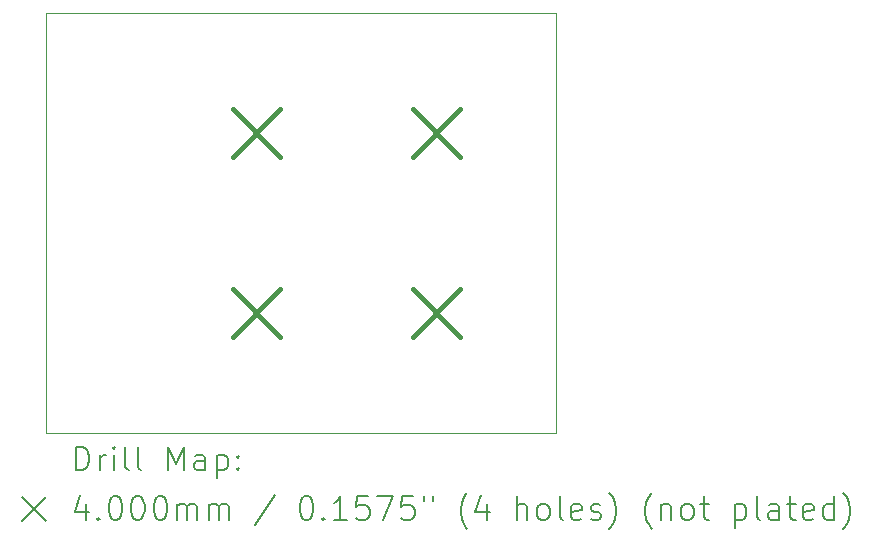
<source format=gbr>
%FSLAX45Y45*%
G04 Gerber Fmt 4.5, Leading zero omitted, Abs format (unit mm)*
G04 Created by KiCad (PCBNEW (6.0.1)) date 2022-01-28 19:13:05*
%MOMM*%
%LPD*%
G01*
G04 APERTURE LIST*
%TA.AperFunction,Profile*%
%ADD10C,0.100000*%
%TD*%
%ADD11C,0.200000*%
%ADD12C,0.400000*%
G04 APERTURE END LIST*
D10*
X8128000Y-4826000D02*
X12446000Y-4826000D01*
X12446000Y-4826000D02*
X12446000Y-8382000D01*
X12446000Y-8382000D02*
X8128000Y-8382000D01*
X8128000Y-8382000D02*
X8128000Y-4826000D01*
D11*
D12*
X9706000Y-5642000D02*
X10106000Y-6042000D01*
X10106000Y-5642000D02*
X9706000Y-6042000D01*
X9706000Y-7166000D02*
X10106000Y-7566000D01*
X10106000Y-7166000D02*
X9706000Y-7566000D01*
X11230000Y-5642000D02*
X11630000Y-6042000D01*
X11630000Y-5642000D02*
X11230000Y-6042000D01*
X11230000Y-7166000D02*
X11630000Y-7566000D01*
X11630000Y-7166000D02*
X11230000Y-7566000D01*
D11*
X8380619Y-8697476D02*
X8380619Y-8497476D01*
X8428238Y-8497476D01*
X8456810Y-8507000D01*
X8475857Y-8526048D01*
X8485381Y-8545095D01*
X8494905Y-8583190D01*
X8494905Y-8611762D01*
X8485381Y-8649857D01*
X8475857Y-8668905D01*
X8456810Y-8687952D01*
X8428238Y-8697476D01*
X8380619Y-8697476D01*
X8580619Y-8697476D02*
X8580619Y-8564143D01*
X8580619Y-8602238D02*
X8590143Y-8583190D01*
X8599667Y-8573667D01*
X8618714Y-8564143D01*
X8637762Y-8564143D01*
X8704429Y-8697476D02*
X8704429Y-8564143D01*
X8704429Y-8497476D02*
X8694905Y-8507000D01*
X8704429Y-8516524D01*
X8713952Y-8507000D01*
X8704429Y-8497476D01*
X8704429Y-8516524D01*
X8828238Y-8697476D02*
X8809190Y-8687952D01*
X8799667Y-8668905D01*
X8799667Y-8497476D01*
X8933000Y-8697476D02*
X8913952Y-8687952D01*
X8904429Y-8668905D01*
X8904429Y-8497476D01*
X9161571Y-8697476D02*
X9161571Y-8497476D01*
X9228238Y-8640333D01*
X9294905Y-8497476D01*
X9294905Y-8697476D01*
X9475857Y-8697476D02*
X9475857Y-8592714D01*
X9466333Y-8573667D01*
X9447286Y-8564143D01*
X9409190Y-8564143D01*
X9390143Y-8573667D01*
X9475857Y-8687952D02*
X9456810Y-8697476D01*
X9409190Y-8697476D01*
X9390143Y-8687952D01*
X9380619Y-8668905D01*
X9380619Y-8649857D01*
X9390143Y-8630810D01*
X9409190Y-8621286D01*
X9456810Y-8621286D01*
X9475857Y-8611762D01*
X9571095Y-8564143D02*
X9571095Y-8764143D01*
X9571095Y-8573667D02*
X9590143Y-8564143D01*
X9628238Y-8564143D01*
X9647286Y-8573667D01*
X9656810Y-8583190D01*
X9666333Y-8602238D01*
X9666333Y-8659381D01*
X9656810Y-8678429D01*
X9647286Y-8687952D01*
X9628238Y-8697476D01*
X9590143Y-8697476D01*
X9571095Y-8687952D01*
X9752048Y-8678429D02*
X9761571Y-8687952D01*
X9752048Y-8697476D01*
X9742524Y-8687952D01*
X9752048Y-8678429D01*
X9752048Y-8697476D01*
X9752048Y-8573667D02*
X9761571Y-8583190D01*
X9752048Y-8592714D01*
X9742524Y-8583190D01*
X9752048Y-8573667D01*
X9752048Y-8592714D01*
X7923000Y-8927000D02*
X8123000Y-9127000D01*
X8123000Y-8927000D02*
X7923000Y-9127000D01*
X8466333Y-8984143D02*
X8466333Y-9117476D01*
X8418714Y-8907952D02*
X8371095Y-9050810D01*
X8494905Y-9050810D01*
X8571095Y-9098429D02*
X8580619Y-9107952D01*
X8571095Y-9117476D01*
X8561571Y-9107952D01*
X8571095Y-9098429D01*
X8571095Y-9117476D01*
X8704429Y-8917476D02*
X8723476Y-8917476D01*
X8742524Y-8927000D01*
X8752048Y-8936524D01*
X8761571Y-8955571D01*
X8771095Y-8993667D01*
X8771095Y-9041286D01*
X8761571Y-9079381D01*
X8752048Y-9098429D01*
X8742524Y-9107952D01*
X8723476Y-9117476D01*
X8704429Y-9117476D01*
X8685381Y-9107952D01*
X8675857Y-9098429D01*
X8666333Y-9079381D01*
X8656810Y-9041286D01*
X8656810Y-8993667D01*
X8666333Y-8955571D01*
X8675857Y-8936524D01*
X8685381Y-8927000D01*
X8704429Y-8917476D01*
X8894905Y-8917476D02*
X8913952Y-8917476D01*
X8933000Y-8927000D01*
X8942524Y-8936524D01*
X8952048Y-8955571D01*
X8961571Y-8993667D01*
X8961571Y-9041286D01*
X8952048Y-9079381D01*
X8942524Y-9098429D01*
X8933000Y-9107952D01*
X8913952Y-9117476D01*
X8894905Y-9117476D01*
X8875857Y-9107952D01*
X8866333Y-9098429D01*
X8856810Y-9079381D01*
X8847286Y-9041286D01*
X8847286Y-8993667D01*
X8856810Y-8955571D01*
X8866333Y-8936524D01*
X8875857Y-8927000D01*
X8894905Y-8917476D01*
X9085381Y-8917476D02*
X9104429Y-8917476D01*
X9123476Y-8927000D01*
X9133000Y-8936524D01*
X9142524Y-8955571D01*
X9152048Y-8993667D01*
X9152048Y-9041286D01*
X9142524Y-9079381D01*
X9133000Y-9098429D01*
X9123476Y-9107952D01*
X9104429Y-9117476D01*
X9085381Y-9117476D01*
X9066333Y-9107952D01*
X9056810Y-9098429D01*
X9047286Y-9079381D01*
X9037762Y-9041286D01*
X9037762Y-8993667D01*
X9047286Y-8955571D01*
X9056810Y-8936524D01*
X9066333Y-8927000D01*
X9085381Y-8917476D01*
X9237762Y-9117476D02*
X9237762Y-8984143D01*
X9237762Y-9003190D02*
X9247286Y-8993667D01*
X9266333Y-8984143D01*
X9294905Y-8984143D01*
X9313952Y-8993667D01*
X9323476Y-9012714D01*
X9323476Y-9117476D01*
X9323476Y-9012714D02*
X9333000Y-8993667D01*
X9352048Y-8984143D01*
X9380619Y-8984143D01*
X9399667Y-8993667D01*
X9409190Y-9012714D01*
X9409190Y-9117476D01*
X9504429Y-9117476D02*
X9504429Y-8984143D01*
X9504429Y-9003190D02*
X9513952Y-8993667D01*
X9533000Y-8984143D01*
X9561571Y-8984143D01*
X9580619Y-8993667D01*
X9590143Y-9012714D01*
X9590143Y-9117476D01*
X9590143Y-9012714D02*
X9599667Y-8993667D01*
X9618714Y-8984143D01*
X9647286Y-8984143D01*
X9666333Y-8993667D01*
X9675857Y-9012714D01*
X9675857Y-9117476D01*
X10066333Y-8907952D02*
X9894905Y-9165095D01*
X10323476Y-8917476D02*
X10342524Y-8917476D01*
X10361571Y-8927000D01*
X10371095Y-8936524D01*
X10380619Y-8955571D01*
X10390143Y-8993667D01*
X10390143Y-9041286D01*
X10380619Y-9079381D01*
X10371095Y-9098429D01*
X10361571Y-9107952D01*
X10342524Y-9117476D01*
X10323476Y-9117476D01*
X10304429Y-9107952D01*
X10294905Y-9098429D01*
X10285381Y-9079381D01*
X10275857Y-9041286D01*
X10275857Y-8993667D01*
X10285381Y-8955571D01*
X10294905Y-8936524D01*
X10304429Y-8927000D01*
X10323476Y-8917476D01*
X10475857Y-9098429D02*
X10485381Y-9107952D01*
X10475857Y-9117476D01*
X10466333Y-9107952D01*
X10475857Y-9098429D01*
X10475857Y-9117476D01*
X10675857Y-9117476D02*
X10561571Y-9117476D01*
X10618714Y-9117476D02*
X10618714Y-8917476D01*
X10599667Y-8946048D01*
X10580619Y-8965095D01*
X10561571Y-8974619D01*
X10856810Y-8917476D02*
X10761571Y-8917476D01*
X10752048Y-9012714D01*
X10761571Y-9003190D01*
X10780619Y-8993667D01*
X10828238Y-8993667D01*
X10847286Y-9003190D01*
X10856810Y-9012714D01*
X10866333Y-9031762D01*
X10866333Y-9079381D01*
X10856810Y-9098429D01*
X10847286Y-9107952D01*
X10828238Y-9117476D01*
X10780619Y-9117476D01*
X10761571Y-9107952D01*
X10752048Y-9098429D01*
X10933000Y-8917476D02*
X11066333Y-8917476D01*
X10980619Y-9117476D01*
X11237762Y-8917476D02*
X11142524Y-8917476D01*
X11133000Y-9012714D01*
X11142524Y-9003190D01*
X11161571Y-8993667D01*
X11209190Y-8993667D01*
X11228238Y-9003190D01*
X11237762Y-9012714D01*
X11247286Y-9031762D01*
X11247286Y-9079381D01*
X11237762Y-9098429D01*
X11228238Y-9107952D01*
X11209190Y-9117476D01*
X11161571Y-9117476D01*
X11142524Y-9107952D01*
X11133000Y-9098429D01*
X11323476Y-8917476D02*
X11323476Y-8955571D01*
X11399667Y-8917476D02*
X11399667Y-8955571D01*
X11694905Y-9193667D02*
X11685381Y-9184143D01*
X11666333Y-9155571D01*
X11656809Y-9136524D01*
X11647286Y-9107952D01*
X11637762Y-9060333D01*
X11637762Y-9022238D01*
X11647286Y-8974619D01*
X11656809Y-8946048D01*
X11666333Y-8927000D01*
X11685381Y-8898429D01*
X11694905Y-8888905D01*
X11856809Y-8984143D02*
X11856809Y-9117476D01*
X11809190Y-8907952D02*
X11761571Y-9050810D01*
X11885381Y-9050810D01*
X12113952Y-9117476D02*
X12113952Y-8917476D01*
X12199667Y-9117476D02*
X12199667Y-9012714D01*
X12190143Y-8993667D01*
X12171095Y-8984143D01*
X12142524Y-8984143D01*
X12123476Y-8993667D01*
X12113952Y-9003190D01*
X12323476Y-9117476D02*
X12304428Y-9107952D01*
X12294905Y-9098429D01*
X12285381Y-9079381D01*
X12285381Y-9022238D01*
X12294905Y-9003190D01*
X12304428Y-8993667D01*
X12323476Y-8984143D01*
X12352048Y-8984143D01*
X12371095Y-8993667D01*
X12380619Y-9003190D01*
X12390143Y-9022238D01*
X12390143Y-9079381D01*
X12380619Y-9098429D01*
X12371095Y-9107952D01*
X12352048Y-9117476D01*
X12323476Y-9117476D01*
X12504428Y-9117476D02*
X12485381Y-9107952D01*
X12475857Y-9088905D01*
X12475857Y-8917476D01*
X12656809Y-9107952D02*
X12637762Y-9117476D01*
X12599667Y-9117476D01*
X12580619Y-9107952D01*
X12571095Y-9088905D01*
X12571095Y-9012714D01*
X12580619Y-8993667D01*
X12599667Y-8984143D01*
X12637762Y-8984143D01*
X12656809Y-8993667D01*
X12666333Y-9012714D01*
X12666333Y-9031762D01*
X12571095Y-9050810D01*
X12742524Y-9107952D02*
X12761571Y-9117476D01*
X12799667Y-9117476D01*
X12818714Y-9107952D01*
X12828238Y-9088905D01*
X12828238Y-9079381D01*
X12818714Y-9060333D01*
X12799667Y-9050810D01*
X12771095Y-9050810D01*
X12752048Y-9041286D01*
X12742524Y-9022238D01*
X12742524Y-9012714D01*
X12752048Y-8993667D01*
X12771095Y-8984143D01*
X12799667Y-8984143D01*
X12818714Y-8993667D01*
X12894905Y-9193667D02*
X12904428Y-9184143D01*
X12923476Y-9155571D01*
X12933000Y-9136524D01*
X12942524Y-9107952D01*
X12952048Y-9060333D01*
X12952048Y-9022238D01*
X12942524Y-8974619D01*
X12933000Y-8946048D01*
X12923476Y-8927000D01*
X12904428Y-8898429D01*
X12894905Y-8888905D01*
X13256809Y-9193667D02*
X13247286Y-9184143D01*
X13228238Y-9155571D01*
X13218714Y-9136524D01*
X13209190Y-9107952D01*
X13199667Y-9060333D01*
X13199667Y-9022238D01*
X13209190Y-8974619D01*
X13218714Y-8946048D01*
X13228238Y-8927000D01*
X13247286Y-8898429D01*
X13256809Y-8888905D01*
X13333000Y-8984143D02*
X13333000Y-9117476D01*
X13333000Y-9003190D02*
X13342524Y-8993667D01*
X13361571Y-8984143D01*
X13390143Y-8984143D01*
X13409190Y-8993667D01*
X13418714Y-9012714D01*
X13418714Y-9117476D01*
X13542524Y-9117476D02*
X13523476Y-9107952D01*
X13513952Y-9098429D01*
X13504428Y-9079381D01*
X13504428Y-9022238D01*
X13513952Y-9003190D01*
X13523476Y-8993667D01*
X13542524Y-8984143D01*
X13571095Y-8984143D01*
X13590143Y-8993667D01*
X13599667Y-9003190D01*
X13609190Y-9022238D01*
X13609190Y-9079381D01*
X13599667Y-9098429D01*
X13590143Y-9107952D01*
X13571095Y-9117476D01*
X13542524Y-9117476D01*
X13666333Y-8984143D02*
X13742524Y-8984143D01*
X13694905Y-8917476D02*
X13694905Y-9088905D01*
X13704428Y-9107952D01*
X13723476Y-9117476D01*
X13742524Y-9117476D01*
X13961571Y-8984143D02*
X13961571Y-9184143D01*
X13961571Y-8993667D02*
X13980619Y-8984143D01*
X14018714Y-8984143D01*
X14037762Y-8993667D01*
X14047286Y-9003190D01*
X14056809Y-9022238D01*
X14056809Y-9079381D01*
X14047286Y-9098429D01*
X14037762Y-9107952D01*
X14018714Y-9117476D01*
X13980619Y-9117476D01*
X13961571Y-9107952D01*
X14171095Y-9117476D02*
X14152048Y-9107952D01*
X14142524Y-9088905D01*
X14142524Y-8917476D01*
X14333000Y-9117476D02*
X14333000Y-9012714D01*
X14323476Y-8993667D01*
X14304428Y-8984143D01*
X14266333Y-8984143D01*
X14247286Y-8993667D01*
X14333000Y-9107952D02*
X14313952Y-9117476D01*
X14266333Y-9117476D01*
X14247286Y-9107952D01*
X14237762Y-9088905D01*
X14237762Y-9069857D01*
X14247286Y-9050810D01*
X14266333Y-9041286D01*
X14313952Y-9041286D01*
X14333000Y-9031762D01*
X14399667Y-8984143D02*
X14475857Y-8984143D01*
X14428238Y-8917476D02*
X14428238Y-9088905D01*
X14437762Y-9107952D01*
X14456809Y-9117476D01*
X14475857Y-9117476D01*
X14618714Y-9107952D02*
X14599667Y-9117476D01*
X14561571Y-9117476D01*
X14542524Y-9107952D01*
X14533000Y-9088905D01*
X14533000Y-9012714D01*
X14542524Y-8993667D01*
X14561571Y-8984143D01*
X14599667Y-8984143D01*
X14618714Y-8993667D01*
X14628238Y-9012714D01*
X14628238Y-9031762D01*
X14533000Y-9050810D01*
X14799667Y-9117476D02*
X14799667Y-8917476D01*
X14799667Y-9107952D02*
X14780619Y-9117476D01*
X14742524Y-9117476D01*
X14723476Y-9107952D01*
X14713952Y-9098429D01*
X14704428Y-9079381D01*
X14704428Y-9022238D01*
X14713952Y-9003190D01*
X14723476Y-8993667D01*
X14742524Y-8984143D01*
X14780619Y-8984143D01*
X14799667Y-8993667D01*
X14875857Y-9193667D02*
X14885381Y-9184143D01*
X14904428Y-9155571D01*
X14913952Y-9136524D01*
X14923476Y-9107952D01*
X14933000Y-9060333D01*
X14933000Y-9022238D01*
X14923476Y-8974619D01*
X14913952Y-8946048D01*
X14904428Y-8927000D01*
X14885381Y-8898429D01*
X14875857Y-8888905D01*
M02*

</source>
